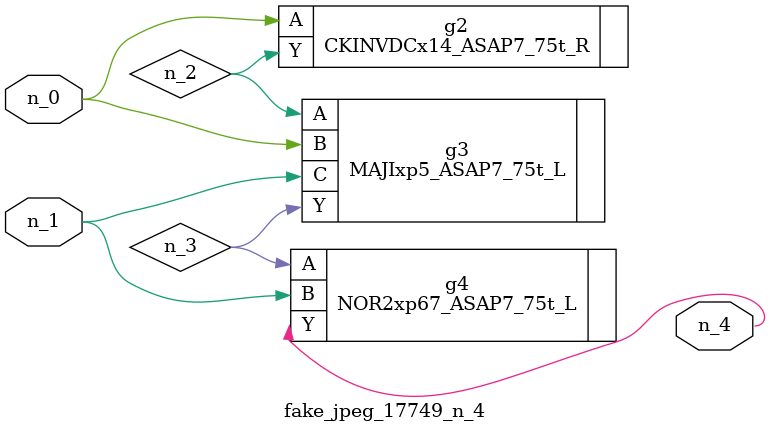
<source format=v>
module fake_jpeg_17749_n_4 (n_0, n_1, n_4);

input n_0;
input n_1;

output n_4;

wire n_2;
wire n_3;

CKINVDCx14_ASAP7_75t_R g2 ( 
.A(n_0),
.Y(n_2)
);

MAJIxp5_ASAP7_75t_L g3 ( 
.A(n_2),
.B(n_0),
.C(n_1),
.Y(n_3)
);

NOR2xp67_ASAP7_75t_L g4 ( 
.A(n_3),
.B(n_1),
.Y(n_4)
);


endmodule
</source>
